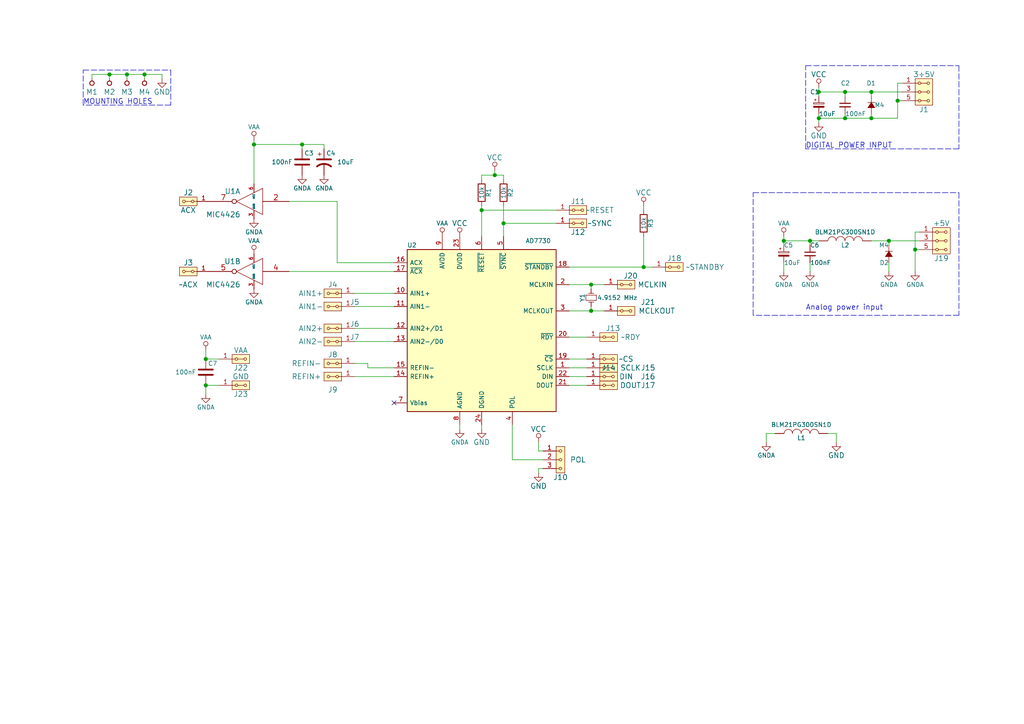
<source format=kicad_sch>
(kicad_sch (version 20230121) (generator eeschema)
  (paper "A4")
  (title_block (title "BRIDGEADC01") (date "%F") (company "Mlab www.mlab.cz"))
  (lib_symbols
    (symbol "BRIDGEADC01A-rescue:AD7730" (pin_names (offset 0.762))
      (property "Reference" "U" (at -13.97 17.78 0))
      (property "Value" "AD7730" (at 20.32 19.05 0))
      (symbol "AD7730_0_1"
        (rectangle (start -13.97 16.51) (end 29.21 -30.48) (stroke (width 0.254)) (fill (type background)))
      )
      (symbol "AD7730_1_1"
        (pin input line (at 33.02 -17.78 180) (length 3.81) (name "SCLK") (number "1"))
        (pin input line (at -17.78 3.81 0) (length 3.81) (name "AIN1+") (number "10"))
        (pin input line (at -17.78 0 0) (length 3.81) (name "AIN1-") (number "11"))
        (pin output line (at -17.78 -6.35 0) (length 3.81) (name "AIN2+/D1") (number "12"))
        (pin output line (at -17.78 -10.16 0) (length 3.81) (name "AIN2-/D0") (number "13"))
        (pin input line (at -17.78 -20.32 0) (length 3.81) (name "REFIN+") (number "14"))
        (pin input line (at -17.78 -17.78 0) (length 3.81) (name "REFIN-") (number "15"))
        (pin output line (at -17.78 12.7 0) (length 3.81) (name "ACX") (number "16"))
        (pin output line (at -17.78 10.16 0) (length 3.81) (name "~{ACX}") (number "17"))
        (pin input line (at 33.02 11.43 180) (length 3.81) (name "~{STANDBY}") (number "18"))
        (pin input line (at 33.02 -15.24 180) (length 3.81) (name "~{CS}") (number "19"))
        (pin input line (at 33.02 6.35 180) (length 3.81) (name "MCLKIN") (number "2"))
        (pin output line (at 33.02 -8.89 180) (length 3.81) (name "~{RDY}") (number "20"))
        (pin output line (at 33.02 -22.86 180) (length 3.81) (name "DOUT") (number "21"))
        (pin input line (at 33.02 -20.32 180) (length 3.81) (name "DIN") (number "22"))
        (pin power_in line (at 1.27 20.32 270) (length 3.81) (name "DVDD") (number "23"))
        (pin power_in line (at 7.62 -34.29 90) (length 3.81) (name "DGND") (number "24"))
        (pin input line (at 33.02 -1.27 180) (length 3.81) (name "MCLKOUT") (number "3"))
        (pin input line (at 16.51 -34.29 90) (length 3.81) (name "POL") (number "4"))
        (pin input line (at 13.97 20.32 270) (length 3.81) (name "~{SYNC}") (number "5"))
        (pin input line (at 7.62 20.32 270) (length 3.81) (name "~{RESET}") (number "6"))
        (pin input line (at -17.78 -27.94 0) (length 3.81) (name "Vbias") (number "7"))
        (pin power_in line (at 1.27 -34.29 90) (length 3.81) (name "AGND") (number "8"))
        (pin power_in line (at -3.81 20.32 270) (length 3.81) (name "AVDD") (number "9"))
      )
    )
    (symbol "BRIDGEADC01A-rescue:C" (pin_numbers hide) (pin_names (offset 0.254))
      (property "Reference" "C" (at 0.635 2.54 0))
      (property "Value" "C" (at 0.635 -2.54 0))
      (symbol "C_0_1"
        (polyline (pts (xy -2.032 -0.762) (xy 2.032 -0.762)) (stroke (width 0.508)))
        (polyline (pts (xy -2.032 0.762) (xy 2.032 0.762)) (stroke (width 0.508)))
      )
      (symbol "C_1_1"
        (pin passive line (at 0 3.81 270) (length 2.794) (name "~") (number "1"))
        (pin passive line (at 0 -3.81 90) (length 2.794) (name "~") (number "2"))
      )
    )
    (symbol "BRIDGEADC01A-rescue:CP1" (pin_numbers hide) (pin_names (offset 0.254) hide)
      (property "Reference" "C" (at 0.635 2.54 0))
      (property "Value" "CP1" (at 0.635 -2.54 0))
      (symbol "CP1_0_1"
        (polyline (pts (xy -2.032 0.762) (xy 2.032 0.762)) (stroke (width 0.508)))
        (polyline (pts (xy -1.778 2.286) (xy -0.762 2.286)))
        (polyline (pts (xy -1.27 1.778) (xy -1.27 2.794)))
        (arc (start 2.032 -1.27) (mid 0 -0.5572) (end -2.032 -1.27) (stroke (width 0.508)))
      )
      (symbol "CP1_1_1"
        (pin passive line (at 0 3.81 270) (length 2.794) (name "~") (number "1"))
        (pin passive line (at 0 -3.81 90) (length 3.302) (name "~") (number "2"))
      )
    )
    (symbol "BRIDGEADC01A-rescue:CP_Small" (pin_numbers hide) (pin_names (offset 0.254) hide)
      (property "Reference" "C" (at 0.254 1.778 0))
      (property "Value" "CP_Small" (at 0.254 -2.032 0))
      (symbol "CP_Small_0_1"
        (rectangle (start -1.524 -0.3048) (end 1.524 -0.6858) (fill (type outline)))
        (rectangle (start -1.524 0.6858) (end 1.524 0.3048))
        (polyline (pts (xy -1.27 1.524) (xy -0.762 1.524)))
        (polyline (pts (xy -1.016 1.27) (xy -1.016 1.778)))
      )
      (symbol "CP_Small_1_1"
        (pin passive line (at 0 2.54 270) (length 1.8542) (name "~") (number "1"))
        (pin passive line (at 0 -2.54 90) (length 1.8542) (name "~") (number "2"))
      )
    )
    (symbol "BRIDGEADC01A-rescue:C_Small" (pin_numbers hide) (pin_names (offset 0.254) hide)
      (property "Reference" "C" (at 0.254 1.778 0))
      (property "Value" "C_Small" (at 0.254 -2.032 0))
      (symbol "C_Small_0_1"
        (polyline (pts (xy -1.524 -0.508) (xy 1.524 -0.508)) (stroke (width 0.3302)))
        (polyline (pts (xy -1.524 0.508) (xy 1.524 0.508)) (stroke (width 0.3048)))
      )
      (symbol "C_Small_1_1"
        (pin passive line (at 0 2.54 270) (length 1.905) (name "~") (number "1"))
        (pin passive line (at 0 -2.54 90) (length 2.032) (name "~") (number "2"))
      )
    )
    (symbol "BRIDGEADC01A-rescue:Crystal_Small" (pin_numbers hide) (pin_names (offset 1.016) hide)
      (property "Reference" "Y" (at 0 2.54 0))
      (property "Value" "Crystal_Small" (at 0 -2.54 0))
      (symbol "Crystal_Small_0_1"
        (rectangle (start -0.762 -1.524) (end 0.762 1.524))
        (polyline (pts (xy -1.27 -0.762) (xy -1.27 0.762)))
        (polyline (pts (xy 1.27 -0.762) (xy 1.27 0.762)))
      )
      (symbol "Crystal_Small_1_1"
        (pin passive line (at -2.54 0 0) (length 1.27) (name "1") (number "1"))
        (pin passive line (at 2.54 0 180) (length 1.27) (name "2") (number "2"))
      )
    )
    (symbol "BRIDGEADC01A-rescue:D_Small" (pin_numbers hide) (pin_names (offset 0.254) hide)
      (property "Reference" "D" (at -1.27 2.032 0))
      (property "Value" "D_Small" (at -3.81 -2.032 0))
      (symbol "D_Small_0_1"
        (polyline (pts (xy -0.762 -1.016) (xy -0.762 1.016)))
        (polyline (pts (xy 0.762 -1.016) (xy -0.762 0) (xy 0.762 1.016) (xy 0.762 -1.016)) (fill (type outline)))
      )
      (symbol "D_Small_1_1"
        (pin passive line (at -2.54 0 0) (length 1.778) (name "K") (number "1"))
        (pin passive line (at 2.54 0 180) (length 1.778) (name "A") (number "2"))
      )
    )
    (symbol "BRIDGEADC01A-rescue:GND" (power) (pin_names (offset 0))
      (property "Value" "GND" (at 0 -3.81 0))
      (symbol "GND_0_1"
        (polyline (pts (xy 0 0) (xy 0 -1.27) (xy 1.27 -1.27) (xy 0 -2.54) (xy -1.27 -1.27) (xy 0 -1.27)))
      )
      (symbol "GND_1_1"
        (pin power_in line (at 0 0 270) (length 0) hide (name "GND") (number "1"))
      )
    )
    (symbol "BRIDGEADC01A-rescue:GNDA" (power) (pin_names (offset 0))
      (property "Value" "GNDA" (at 0 -3.81 0))
      (symbol "GNDA_0_1"
        (polyline (pts (xy 0 0) (xy 0 -1.27) (xy 1.27 -1.27) (xy 0 -2.54) (xy -1.27 -1.27) (xy 0 -1.27)))
      )
      (symbol "GNDA_1_1"
        (pin power_in line (at 0 0 270) (length 0) hide (name "GNDA") (number "1"))
      )
    )
    (symbol "BRIDGEADC01A-rescue:HEADER_1x03" (pin_names (offset 1.016))
      (property "Reference" "J" (at 0 -5.08 0))
      (property "Value" "HEADER_1x03" (at 0 5.08 0))
      (symbol "HEADER_1x03_0_1"
        (rectangle (start -1.27 3.81) (end 1.27 -3.81) (fill (type background)))
        (circle (center 0 -2.54) (radius 0.381))
        (polyline (pts (xy -1.27 -2.54) (xy -0.381 -2.54)))
        (polyline (pts (xy -1.27 0) (xy -0.381 0)))
        (polyline (pts (xy -1.27 2.54) (xy -0.381 2.54)))
        (circle (center 0 0) (radius 0.381))
        (circle (center 0 2.54) (radius 0.381))
      )
      (symbol "HEADER_1x03_1_1"
        (pin input line (at -5.08 2.54 0) (length 3.81) (name "~") (number "1"))
        (pin input line (at -5.08 0 0) (length 3.81) (name "~") (number "2"))
        (pin input line (at -5.08 -2.54 0) (length 3.81) (name "~") (number "3"))
      )
    )
    (symbol "BRIDGEADC01A-rescue:HEADER_2x01_PARALLEL" (pin_names (offset 1.016))
      (property "Reference" "J" (at 0 -2.54 0))
      (property "Value" "HEADER_2x01_PARALLEL" (at 0 2.54 0))
      (symbol "HEADER_2x01_PARALLEL_0_1"
        (rectangle (start -2.54 1.27) (end 2.54 -1.27) (fill (type background)))
        (circle (center -1.27 0) (radius 0.381))
        (polyline (pts (xy -1.651 0) (xy -2.54 0)))
        (polyline (pts (xy -0.889 0) (xy 0.889 0)))
        (circle (center 1.27 0) (radius 0.381))
      )
      (symbol "HEADER_2x01_PARALLEL_1_1"
        (pin input line (at -6.35 0 0) (length 3.81) (name "~") (number "1"))
        (pin input line (at -6.35 0 0) (length 3.81) hide (name "~") (number "2"))
      )
    )
    (symbol "BRIDGEADC01A-rescue:HEADER_2x03_PARALLEL" (pin_names (offset 1.016))
      (property "Reference" "J" (at 0 -5.08 0))
      (property "Value" "HEADER_2x03_PARALLEL" (at 0 5.08 0))
      (symbol "HEADER_2x03_PARALLEL_0_1"
        (rectangle (start -2.54 3.81) (end 2.54 -3.81) (fill (type background)))
        (circle (center -1.27 -2.54) (radius 0.381))
        (circle (center -1.27 0) (radius 0.381))
        (circle (center -1.27 2.54) (radius 0.381))
        (polyline (pts (xy -1.651 -2.54) (xy -2.54 -2.54)))
        (polyline (pts (xy -1.651 0) (xy -2.54 0)))
        (polyline (pts (xy -1.651 2.54) (xy -2.54 2.54)))
        (polyline (pts (xy -0.889 -2.54) (xy 0.889 -2.54)))
        (polyline (pts (xy -0.889 0) (xy 0.889 0)))
        (polyline (pts (xy -0.889 2.54) (xy 0.889 2.54)))
        (circle (center 1.27 -2.54) (radius 0.381))
        (circle (center 1.27 0) (radius 0.381))
        (circle (center 1.27 2.54) (radius 0.381))
      )
      (symbol "HEADER_2x03_PARALLEL_1_1"
        (pin input line (at -6.35 2.54 0) (length 3.81) (name "~") (number "1"))
        (pin input line (at -6.35 2.54 0) (length 3.81) hide (name "~") (number "2"))
        (pin input line (at -6.35 0 0) (length 3.81) (name "~") (number "3"))
        (pin input line (at -6.35 0 0) (length 3.81) hide (name "~") (number "4"))
        (pin input line (at -6.35 -2.54 0) (length 3.81) (name "~") (number "5"))
        (pin input line (at -6.35 -2.54 0) (length 3.81) hide (name "~") (number "6"))
      )
    )
    (symbol "BRIDGEADC01A-rescue:HOLE" (pin_numbers hide) (pin_names (offset 1.016) hide)
      (property "Reference" "M" (at 0 2.54 0))
      (property "Value" "HOLE" (at 0 -2.54 0))
      (symbol "HOLE_0_1"
        (circle (center 0 0) (radius 0.635) (stroke (width 0.254)))
      )
      (symbol "HOLE_1_1"
        (pin input line (at 1.27 0 180) (length 0.635) (name "~") (number "1"))
      )
    )
    (symbol "BRIDGEADC01A-rescue:INDUCTOR" (pin_numbers hide) (pin_names (offset 1.016) hide)
      (property "Reference" "L" (at -1.27 0 90))
      (property "Value" "INDUCTOR" (at 2.54 0 90))
      (symbol "INDUCTOR_0_1"
        (arc (start 0.0254 -5.0546) (mid 1.2449 -3.8097) (end 0.0254 -2.54))
        (arc (start 0.0254 -2.5146) (mid 1.2703 -1.2444) (end 0.0254 0.0508))
        (arc (start 0.0254 0.0254) (mid 1.2703 1.2956) (end 0.0254 2.5908))
        (arc (start 0.0254 2.5654) (mid 1.1941 3.7595) (end 0.0254 4.9784))
      )
      (symbol "INDUCTOR_1_1"
        (pin passive line (at 0 7.62 270) (length 2.54) (name "1") (number "1"))
        (pin passive line (at 0 -7.62 90) (length 2.54) (name "2") (number "2"))
      )
    )
    (symbol "BRIDGEADC01A-rescue:MIC4426" (pin_names (offset 0.254))
      (property "Reference" "U" (at 4.953 2.921 0))
      (property "Value" "MIC4426" (at 7.62 -3.81 0))
      (symbol "MIC4426_0_0"
        (polyline (pts (xy -3.81 3.81) (xy -3.81 -3.81) (xy 3.81 0) (xy -3.81 3.81)))
        (pin power_in line (at -1.27 -5.08 90) (length 2.54) (name "GND") (number "3"))
        (pin power_in line (at -1.27 5.08 270) (length 2.54) (name "VCC") (number "6"))
      )
      (symbol "MIC4426_1_1"
        (pin input line (at -11.43 0 0) (length 7.62) (name "~") (number "2"))
        (pin output inverted (at 11.43 0 180) (length 7.62) (name "~") (number "7"))
      )
      (symbol "MIC4426_1_2"
        (pin input inverted (at -11.43 0 0) (length 7.62) (name "~") (number "2"))
        (pin output line (at 11.43 0 180) (length 7.62) (name "~") (number "4"))
      )
      (symbol "MIC4426_2_1"
        (pin input line (at -11.43 0 0) (length 7.62) (name "~") (number "4"))
        (pin output inverted (at 11.43 0 180) (length 7.62) (name "~") (number "5"))
      )
      (symbol "MIC4426_2_2"
        (pin input inverted (at -11.43 0 0) (length 7.62) (name "~") (number "2"))
        (pin output line (at 11.43 0 180) (length 7.62) (name "~") (number "4"))
      )
    )
    (symbol "BRIDGEADC01A-rescue:R" (pin_numbers hide) (pin_names (offset 0))
      (property "Reference" "R" (at 2.032 0 90))
      (property "Value" "R" (at 0 0 90))
      (symbol "R_0_1"
        (rectangle (start -1.016 -2.54) (end 1.016 2.54) (stroke (width 0.254)))
      )
      (symbol "R_1_1"
        (pin passive line (at 0 3.81 270) (length 1.27) (name "~") (number "1"))
        (pin passive line (at 0 -3.81 90) (length 1.27) (name "~") (number "2"))
      )
    )
    (symbol "BRIDGEADC01A-rescue:VAA" (power) (pin_names (offset 0))
      (property "Value" "VAA" (at 0 3.81 0))
      (symbol "VAA_0_1"
        (polyline (pts (xy 0 0) (xy 0 1.27)))
        (circle (center 0 1.905) (radius 0.635))
      )
      (symbol "VAA_1_1"
        (pin power_in line (at 0 0 90) (length 0) hide (name "VAA") (number "1"))
      )
    )
    (symbol "BRIDGEADC01A-rescue:VCC" (power) (pin_names (offset 0))
      (property "Value" "VCC" (at 0 3.81 0))
      (symbol "VCC_0_1"
        (polyline (pts (xy 0 0) (xy 0 1.27)))
        (circle (center 0 1.905) (radius 0.635))
      )
      (symbol "VCC_1_1"
        (pin power_in line (at 0 0 90) (length 0) hide (name "VCC") (number "1"))
      )
    )
  )
  (junction (at 237.49 34.29) (diameter 1.016))
  (junction (at 41.91 21.59) (diameter 1.016))
  (junction (at 260.35 29.21) (diameter 1.016))
  (junction (at 245.11 34.29) (diameter 1.016))
  (junction (at 59.69 111.76) (diameter 1.016))
  (junction (at 31.75 21.59) (diameter 1.016))
  (junction (at 73.66 41.91) (diameter 1.016))
  (junction (at 245.11 26.67) (diameter 1.016))
  (junction (at 171.45 82.55) (diameter 1.016))
  (junction (at 234.95 69.85) (diameter 1.016))
  (junction (at 257.81 69.85) (diameter 1.016))
  (junction (at 36.83 21.59) (diameter 1.016))
  (junction (at 59.69 104.14) (diameter 1.016))
  (junction (at 139.7 60.96) (diameter 1.016))
  (junction (at 227.33 69.85) (diameter 1.016))
  (junction (at 87.63 41.91) (diameter 1.016))
  (junction (at 252.73 34.29) (diameter 1.016))
  (junction (at 171.45 90.17) (diameter 1.016))
  (junction (at 265.43 72.39) (diameter 1.016))
  (junction (at 186.69 77.47) (diameter 1.016))
  (junction (at 252.73 26.67) (diameter 1.016))
  (junction (at 146.05 64.77) (diameter 1.016))
  (junction (at 143.51 50.8) (diameter 1.016))
  (junction (at 237.49 26.67) (diameter 1.016))
  (no_connect (at 114.3 116.84))
  (wire (pts (xy 227.33 68.58) (xy 227.33 69.85)))
  (wire (pts (xy 227.33 69.85) (xy 227.33 71.12)))
  (wire (pts (xy 165.1 109.22) (xy 170.18 109.22)))
  (wire (pts (xy 102.87 99.06) (xy 114.3 99.06)))
  (wire (pts (xy 106.68 106.68) (xy 114.3 106.68)))
  (wire (pts (xy 114.3 109.22) (xy 102.87 109.22)))
  (wire (pts (xy 83.82 58.42) (xy 97.79 58.42)))
  (wire (pts (xy 156.21 137.16) (xy 156.21 135.89)))
  (wire (pts (xy 26.67 21.59) (xy 26.67 22.86)))
  (wire (pts (xy 139.7 59.69) (xy 139.7 60.96)))
  (wire (pts (xy 139.7 60.96) (xy 139.7 68.58)))
  (wire (pts (xy 97.79 76.2) (xy 114.3 76.2)))
  (wire (pts (xy 252.73 27.94) (xy 252.73 26.67)))
  (wire (pts (xy 46.99 21.59) (xy 46.99 22.86)))
  (wire (pts (xy 156.21 135.89) (xy 157.48 135.89)))
  (wire (pts (xy 257.81 71.12) (xy 257.81 69.85)))
  (wire (pts (xy 222.25 125.73) (xy 222.25 128.27)))
  (wire (pts (xy 165.1 90.17) (xy 171.45 90.17)))
  (wire (pts (xy 171.45 90.17) (xy 175.26 90.17)))
  (wire (pts (xy 170.18 111.76) (xy 165.1 111.76)))
  (wire (pts (xy 260.35 24.13) (xy 260.35 29.21)))
  (wire (pts (xy 260.35 29.21) (xy 260.35 34.29)))
  (wire (pts (xy 227.33 76.2) (xy 227.33 78.74)))
  (wire (pts (xy 186.69 68.58) (xy 186.69 77.47)))
  (wire (pts (xy 165.1 82.55) (xy 171.45 82.55)))
  (wire (pts (xy 171.45 82.55) (xy 175.26 82.55)))
  (polyline (pts (xy 278.13 19.05) (xy 278.13 43.18)) (stroke (width 0) (type dash)))
  (wire (pts (xy 59.69 111.76) (xy 63.5 111.76)))
  (wire (pts (xy 139.7 124.46) (xy 139.7 123.19)))
  (wire (pts (xy 261.62 29.21) (xy 260.35 29.21)))
  (wire (pts (xy 102.87 105.41) (xy 106.68 105.41)))
  (wire (pts (xy 171.45 88.9) (xy 171.45 90.17)))
  (polyline (pts (xy 24.13 30.48) (xy 24.13 20.32)) (stroke (width 0) (type dash)))
  (wire (pts (xy 146.05 59.69) (xy 146.05 64.77)))
  (wire (pts (xy 146.05 64.77) (xy 146.05 68.58)))
  (wire (pts (xy 148.59 133.35) (xy 157.48 133.35)))
  (wire (pts (xy 257.81 76.2) (xy 257.81 78.74)))
  (polyline (pts (xy 233.68 19.05) (xy 278.13 19.05)) (stroke (width 0) (type dash)))
  (wire (pts (xy 261.62 24.13) (xy 260.35 24.13)))
  (wire (pts (xy 73.66 41.91) (xy 87.63 41.91)))
  (wire (pts (xy 87.63 41.91) (xy 93.98 41.91)))
  (wire (pts (xy 114.3 88.9) (xy 102.87 88.9)))
  (wire (pts (xy 265.43 67.31) (xy 265.43 72.39)))
  (wire (pts (xy 265.43 72.39) (xy 265.43 78.74)))
  (wire (pts (xy 252.73 69.85) (xy 257.81 69.85)))
  (wire (pts (xy 257.81 69.85) (xy 266.7 69.85)))
  (wire (pts (xy 31.75 22.86) (xy 31.75 21.59)))
  (wire (pts (xy 143.51 49.53) (xy 143.51 50.8)))
  (wire (pts (xy 63.5 104.14) (xy 59.69 104.14)))
  (wire (pts (xy 240.03 125.73) (xy 242.57 125.73)))
  (wire (pts (xy 266.7 67.31) (xy 265.43 67.31)))
  (wire (pts (xy 224.79 125.73) (xy 222.25 125.73)))
  (wire (pts (xy 106.68 105.41) (xy 106.68 106.68)))
  (wire (pts (xy 234.95 76.2) (xy 234.95 78.74)))
  (wire (pts (xy 97.79 58.42) (xy 97.79 76.2)))
  (wire (pts (xy 165.1 104.14) (xy 170.18 104.14)))
  (polyline (pts (xy 49.53 20.32) (xy 49.53 30.48)) (stroke (width 0) (type dash)))
  (wire (pts (xy 114.3 95.25) (xy 102.87 95.25)))
  (wire (pts (xy 93.98 41.91) (xy 93.98 43.18)))
  (wire (pts (xy 245.11 34.29) (xy 237.49 34.29)))
  (wire (pts (xy 252.73 34.29) (xy 245.11 34.29)))
  (wire (pts (xy 260.35 34.29) (xy 252.73 34.29)))
  (wire (pts (xy 237.49 33.02) (xy 237.49 34.29)))
  (wire (pts (xy 237.49 34.29) (xy 237.49 35.56)))
  (wire (pts (xy 186.69 60.96) (xy 186.69 59.69)))
  (wire (pts (xy 148.59 123.19) (xy 148.59 133.35)))
  (wire (pts (xy 59.69 114.3) (xy 59.69 111.76)))
  (wire (pts (xy 227.33 69.85) (xy 234.95 69.85)))
  (wire (pts (xy 234.95 69.85) (xy 237.49 69.85)))
  (wire (pts (xy 133.35 123.19) (xy 133.35 124.46)))
  (wire (pts (xy 242.57 125.73) (xy 242.57 128.27)))
  (wire (pts (xy 266.7 72.39) (xy 265.43 72.39)))
  (wire (pts (xy 237.49 26.67) (xy 245.11 26.67)))
  (wire (pts (xy 245.11 26.67) (xy 252.73 26.67)))
  (wire (pts (xy 252.73 26.67) (xy 261.62 26.67)))
  (wire (pts (xy 237.49 25.4) (xy 237.49 26.67)))
  (wire (pts (xy 237.49 26.67) (xy 237.49 27.94)))
  (wire (pts (xy 234.95 71.12) (xy 234.95 69.85)))
  (polyline (pts (xy 24.13 20.32) (xy 49.53 20.32)) (stroke (width 0) (type dash)))
  (wire (pts (xy 156.21 130.81) (xy 156.21 128.27)))
  (wire (pts (xy 87.63 43.18) (xy 87.63 41.91)))
  (wire (pts (xy 83.82 78.74) (xy 114.3 78.74)))
  (wire (pts (xy 26.67 21.59) (xy 31.75 21.59)))
  (wire (pts (xy 31.75 21.59) (xy 36.83 21.59)))
  (wire (pts (xy 36.83 21.59) (xy 41.91 21.59)))
  (wire (pts (xy 41.91 21.59) (xy 46.99 21.59)))
  (wire (pts (xy 245.11 33.02) (xy 245.11 34.29)))
  (polyline (pts (xy 218.44 55.88) (xy 278.13 55.88)) (stroke (width 0) (type dash)))
  (wire (pts (xy 161.29 64.77) (xy 146.05 64.77)))
  (wire (pts (xy 161.29 60.96) (xy 139.7 60.96)))
  (wire (pts (xy 41.91 22.86) (xy 41.91 21.59)))
  (polyline (pts (xy 218.44 91.44) (xy 218.44 55.88)) (stroke (width 0) (type dash)))
  (wire (pts (xy 157.48 130.81) (xy 156.21 130.81)))
  (wire (pts (xy 36.83 22.86) (xy 36.83 21.59)))
  (wire (pts (xy 73.66 40.64) (xy 73.66 41.91)))
  (wire (pts (xy 73.66 41.91) (xy 73.66 53.34)))
  (wire (pts (xy 245.11 27.94) (xy 245.11 26.67)))
  (wire (pts (xy 139.7 50.8) (xy 143.51 50.8)))
  (wire (pts (xy 143.51 50.8) (xy 146.05 50.8)))
  (polyline (pts (xy 278.13 55.88) (xy 278.13 91.44)) (stroke (width 0) (type dash)))
  (wire (pts (xy 252.73 33.02) (xy 252.73 34.29)))
  (wire (pts (xy 170.18 97.79) (xy 165.1 97.79)))
  (wire (pts (xy 102.87 85.09) (xy 114.3 85.09)))
  (wire (pts (xy 171.45 82.55) (xy 171.45 83.82)))
  (polyline (pts (xy 49.53 30.48) (xy 24.13 30.48)) (stroke (width 0) (type dash)))
  (wire (pts (xy 170.18 106.68) (xy 165.1 106.68)))
  (wire (pts (xy 59.69 104.14) (xy 59.69 101.6)))
  (polyline (pts (xy 278.13 43.18) (xy 233.68 43.18)) (stroke (width 0) (type dash)))
  (polyline (pts (xy 278.13 91.44) (xy 218.44 91.44)) (stroke (width 0) (type dash)))
  (wire (pts (xy 146.05 50.8) (xy 146.05 52.07)))
  (wire (pts (xy 139.7 52.07) (xy 139.7 50.8)))
  (wire (pts (xy 165.1 77.47) (xy 186.69 77.47)))
  (wire (pts (xy 186.69 77.47) (xy 189.23 77.47)))
  (polyline (pts (xy 233.68 43.18) (xy 233.68 19.05)) (stroke (width 0) (type dash)))
  (text "Analog power input" (at 233.68 90.17 0) (effects (font (size 1.524 1.524)) (justify left bottom)))
  (text "DIGITAL POWER INPUT" (at 233.68 43.18 0) (effects (font (size 1.524 1.524)) (justify left bottom)))
  (text "MOUNTING HOLES" (at 24.13 30.48 0) (effects (font (size 1.524 1.524)) (justify left bottom)))
  (symbol (lib_id "BRIDGEADC01A-rescue:HEADER_2x03_PARALLEL") (at 267.97 26.67 0) (unit 1)
    (property "Reference" "J1" (at 267.97 31.75 0) (effects (font (size 1.524 1.524))))
    (property "Value" "3÷5V" (at 267.97 21.59 0) (effects (font (size 1.524 1.524))))
    (property "Footprint" "Mlab_Pin_Headers:Straight_2x03" (effects hide))
  )
  (symbol (lib_id "BRIDGEADC01A-rescue:VCC") (at 237.49 25.4 0) (unit 1)
    (property "Reference" "#PWR01" (effects hide))
    (property "Value" "VCC" (at 237.49 21.59 0) (effects (font (size 1.524 1.524))))
  )
  (symbol (lib_id "BRIDGEADC01A-rescue:GND") (at 237.49 35.56 0) (unit 1)
    (property "Reference" "#PWR02" (effects hide))
    (property "Value" "GND" (at 237.49 39.37 0) (effects (font (size 1.524 1.524))))
  )
  (symbol (lib_id "BRIDGEADC01A-rescue:HOLE") (at 26.67 24.13 90) (unit 1)
    (property "Reference" "M1" (at 26.67 26.67 90) (effects (font (size 1.524 1.524))))
    (property "Value" "HOLE" (effects hide))
    (property "Footprint" "Mlab_Mechanical:MountingHole_3mm" (effects hide))
  )
  (symbol (lib_id "BRIDGEADC01A-rescue:HOLE") (at 31.75 24.13 90) (unit 1)
    (property "Reference" "M2" (at 31.75 26.67 90) (effects (font (size 1.524 1.524))))
    (property "Value" "HOLE" (effects hide))
    (property "Footprint" "Mlab_Mechanical:MountingHole_3mm" (effects hide))
  )
  (symbol (lib_id "BRIDGEADC01A-rescue:HOLE") (at 36.83 24.13 90) (unit 1)
    (property "Reference" "M3" (at 36.83 26.67 90) (effects (font (size 1.524 1.524))))
    (property "Value" "HOLE" (effects hide))
    (property "Footprint" "Mlab_Mechanical:MountingHole_3mm" (effects hide))
  )
  (symbol (lib_id "BRIDGEADC01A-rescue:HOLE") (at 41.91 24.13 90) (unit 1)
    (property "Reference" "M4" (at 41.91 26.67 90) (effects (font (size 1.524 1.524))))
    (property "Value" "HOLE" (effects hide))
    (property "Footprint" "Mlab_Mechanical:MountingHole_3mm" (effects hide))
  )
  (symbol (lib_id "BRIDGEADC01A-rescue:GND") (at 46.99 22.86 0) (unit 1)
    (property "Reference" "#PWR03" (effects hide))
    (property "Value" "GND" (at 46.99 26.67 0) (effects (font (size 1.524 1.524))))
  )
  (symbol (lib_id "BRIDGEADC01A-rescue:D_Small") (at 252.73 30.48 270) (unit 1)
    (property "Reference" "D1" (at 254 24.13 90) (effects (justify right)))
    (property "Value" "M4" (at 256.54 30.48 90) (effects (justify right)))
    (property "Footprint" "Diodes_SMD:SMA_Standard" (effects hide))
    (property "UST_ID" "5c70984512875079b91f88ac" (effects hide))
  )
  (symbol (lib_id "BRIDGEADC01A-rescue:C_Small") (at 245.11 30.48 0) (unit 1)
    (property "Reference" "C2" (at 243.84 24.13 0) (effects (justify left)))
    (property "Value" "100nF" (at 245.11 33.02 0) (effects (justify left)))
    (property "Footprint" "Capacitors_SMD:C_0805" (effects hide))
    (property "UST_ID" "5c70984712875079b91f8b4c" (effects hide))
  )
  (symbol (lib_id "BRIDGEADC01A-rescue:CP_Small") (at 237.49 30.48 0) (unit 1)
    (property "Reference" "C1" (at 234.95 26.67 0) (effects (justify left)))
    (property "Value" "10uF" (at 237.49 33.02 0) (effects (justify left)))
    (property "Footprint" "Capacitors_Tantalum_SMD:TantalC_SizeB_EIA-3528_Reflow" (effects hide))
    (property "UST_ID" "5c70984412875079b91f8865" (effects hide))
  )
  (symbol (lib_id "BRIDGEADC01A-rescue:AD7730") (at 132.08 88.9 0) (unit 1)
    (property "Reference" "U2" (at 118.11 71.12 0) (effects (justify left)))
    (property "Value" "AD7730" (at 152.4 69.85 0) (effects (justify left)))
    (property "Footprint" "Housings_SSOP:TSSOP-24_4.4x7.8mm_Pitch0.65mm" (effects hide))
    (property "UST_ID" "5c70984612875079b91f8a14" (effects hide))
  )
  (symbol (lib_id "BRIDGEADC01A-rescue:GNDA") (at 133.35 124.46 0) (unit 1)
    (property "Reference" "#PWR04" (effects hide))
    (property "Value" "GNDA" (at 133.35 128.27 0))
  )
  (symbol (lib_id "BRIDGEADC01A-rescue:GND") (at 139.7 124.46 0) (unit 1)
    (property "Reference" "#PWR05" (effects hide))
    (property "Value" "GND" (at 139.7 128.27 0) (effects (font (size 1.524 1.524))))
  )
  (symbol (lib_id "BRIDGEADC01A-rescue:Crystal_Small") (at 171.45 86.36 90) (unit 1)
    (property "Reference" "Y1" (at 168.91 86.36 0))
    (property "Value" "4.9152 MHz" (at 179.07 86.36 90))
    (property "Footprint" "Crystals:Crystal_HC49-U_Vertical" (effects hide))
    (property "UST_ID" "5c70984712875079b91f8b0d" (effects hide))
  )
  (symbol (lib_id "BRIDGEADC01A-rescue:VAA") (at 227.33 68.58 0) (unit 1)
    (property "Reference" "#PWR07" (effects hide))
    (property "Value" "VAA" (at 227.33 64.77 0))
  )
  (symbol (lib_id "BRIDGEADC01A-rescue:HEADER_2x03_PARALLEL") (at 273.05 69.85 0) (unit 1)
    (property "Reference" "J19" (at 273.05 74.93 0) (effects (font (size 1.524 1.524))))
    (property "Value" "+5V" (at 273.05 64.77 0) (effects (font (size 1.524 1.524))))
    (property "Footprint" "Mlab_Pin_Headers:Straight_2x03" (effects hide))
  )
  (symbol (lib_id "BRIDGEADC01A-rescue:D_Small") (at 257.81 73.66 270) (unit 1)
    (property "Reference" "D2" (at 257.81 76.2 90) (effects (justify right)))
    (property "Value" "M4" (at 257.81 71.12 90) (effects (justify right)))
    (property "Footprint" "Diodes_SMD:SMA_Standard" (effects hide))
    (property "UST_ID" "5c70984512875079b91f88ac" (effects hide))
  )
  (symbol (lib_id "BRIDGEADC01A-rescue:C_Small") (at 234.95 73.66 0) (unit 1)
    (property "Reference" "C6" (at 234.95 71.12 0) (effects (justify left)))
    (property "Value" "100nF" (at 234.95 76.2 0) (effects (justify left)))
    (property "Footprint" "Capacitors_SMD:C_0805" (effects hide))
    (property "UST_ID" "5c70984712875079b91f8b4c" (effects hide))
  )
  (symbol (lib_id "BRIDGEADC01A-rescue:CP_Small") (at 227.33 73.66 0) (unit 1)
    (property "Reference" "C5" (at 227.33 71.12 0) (effects (justify left)))
    (property "Value" "10uF" (at 227.33 76.2 0) (effects (justify left)))
    (property "Footprint" "Capacitors_Tantalum_SMD:TantalC_SizeB_EIA-3528_Reflow" (effects hide))
    (property "UST_ID" "5c70984412875079b91f8865" (effects hide))
  )
  (symbol (lib_id "BRIDGEADC01A-rescue:VAA") (at 128.27 68.58 0) (unit 1)
    (property "Reference" "#PWR08" (effects hide))
    (property "Value" "VAA" (at 128.27 64.77 0))
  )
  (symbol (lib_id "BRIDGEADC01A-rescue:VCC") (at 133.35 68.58 0) (unit 1)
    (property "Reference" "#PWR09" (effects hide))
    (property "Value" "VCC" (at 133.35 64.77 0) (effects (font (size 1.524 1.524))))
  )
  (symbol (lib_id "BRIDGEADC01A-rescue:HEADER_2x01_PARALLEL") (at 96.52 85.09 180) (unit 1)
    (property "Reference" "J4" (at 96.52 82.55 0) (effects (font (size 1.524 1.524))))
    (property "Value" "AIN1+" (at 90.17 85.09 0) (effects (font (size 1.524 1.524))))
    (property "Footprint" "Mlab_Pin_Headers:Straight_1x02" (effects hide))
  )
  (symbol (lib_id "BRIDGEADC01A-rescue:HEADER_2x01_PARALLEL") (at 96.52 88.9 180) (unit 1)
    (property "Reference" "J5" (at 102.87 87.63 0) (effects (font (size 1.524 1.524))))
    (property "Value" "AIN1-" (at 90.17 88.9 0) (effects (font (size 1.524 1.524))))
    (property "Footprint" "Mlab_Pin_Headers:Straight_1x02" (effects hide))
  )
  (symbol (lib_id "BRIDGEADC01A-rescue:HEADER_2x01_PARALLEL") (at 96.52 95.25 180) (unit 1)
    (property "Reference" "J6" (at 102.87 93.98 0) (effects (font (size 1.524 1.524))))
    (property "Value" "AIN2+" (at 90.17 95.25 0) (effects (font (size 1.524 1.524))))
    (property "Footprint" "Mlab_Pin_Headers:Straight_1x02" (effects hide))
  )
  (symbol (lib_id "BRIDGEADC01A-rescue:HEADER_2x01_PARALLEL") (at 96.52 99.06 180) (unit 1)
    (property "Reference" "J7" (at 102.87 97.79 0) (effects (font (size 1.524 1.524))))
    (property "Value" "AIN2-" (at 90.17 99.06 0) (effects (font (size 1.524 1.524))))
    (property "Footprint" "Mlab_Pin_Headers:Straight_1x02" (effects hide))
  )
  (symbol (lib_id "BRIDGEADC01A-rescue:MIC4426") (at 72.39 58.42 0) (mirror y) (unit 1)
    (property "Reference" "U1" (at 67.437 55.499 0) (effects (font (size 1.524 1.524))))
    (property "Value" "MIC4426" (at 64.77 62.23 0) (effects (font (size 1.524 1.524))))
    (property "Footprint" "Housings_SOIC:SOIC-8_3.9x4.9mm_Pitch1.27mm" (effects hide))
    (property "UST_ID" "5c70984612875079b91f8a06" (effects hide))
  )
  (symbol (lib_id "BRIDGEADC01A-rescue:MIC4426") (at 72.39 78.74 0) (mirror y) (unit 2)
    (property "Reference" "U1" (at 67.437 75.819 0) (effects (font (size 1.524 1.524))))
    (property "Value" "MIC4426" (at 64.77 82.55 0) (effects (font (size 1.524 1.524))))
    (property "Footprint" "Housings_SOIC:SOIC-8_3.9x4.9mm_Pitch1.27mm" (effects hide))
    (property "UST_ID" "5c70984612875079b91f8a06" (effects hide))
  )
  (symbol (lib_id "BRIDGEADC01A-rescue:VAA") (at 73.66 40.64 0) (unit 1)
    (property "Reference" "#PWR010" (effects hide))
    (property "Value" "VAA" (at 73.66 36.83 0))
  )
  (symbol (lib_id "BRIDGEADC01A-rescue:VAA") (at 73.66 73.66 0) (unit 1)
    (property "Reference" "#PWR011" (effects hide))
    (property "Value" "VAA" (at 73.66 69.85 0))
  )
  (symbol (lib_id "BRIDGEADC01A-rescue:GNDA") (at 73.66 83.82 0) (unit 1)
    (property "Reference" "#PWR012" (effects hide))
    (property "Value" "GNDA" (at 73.66 87.63 0))
  )
  (symbol (lib_id "BRIDGEADC01A-rescue:GNDA") (at 73.66 63.5 0) (unit 1)
    (property "Reference" "#PWR013" (effects hide))
    (property "Value" "GNDA" (at 73.66 67.31 0))
  )
  (symbol (lib_id "BRIDGEADC01A-rescue:HEADER_2x01_PARALLEL") (at 54.61 58.42 180) (unit 1)
    (property "Reference" "J2" (at 54.61 55.88 0) (effects (font (size 1.524 1.524))))
    (property "Value" "ACX" (at 54.61 60.96 0) (effects (font (size 1.524 1.524))))
    (property "Footprint" "Mlab_Pin_Headers:Straight_1x02" (effects hide))
  )
  (symbol (lib_id "BRIDGEADC01A-rescue:HEADER_2x01_PARALLEL") (at 54.61 78.74 180) (unit 1)
    (property "Reference" "J3" (at 54.61 76.2 0) (effects (font (size 1.524 1.524))))
    (property "Value" "~ACX" (at 54.61 82.55 0) (effects (font (size 1.524 1.524))))
    (property "Footprint" "Mlab_Pin_Headers:Straight_1x02" (effects hide))
  )
  (symbol (lib_id "BRIDGEADC01A-rescue:HEADER_2x01_PARALLEL") (at 96.52 105.41 180) (unit 1)
    (property "Reference" "J8" (at 96.52 102.87 0) (effects (font (size 1.524 1.524))))
    (property "Value" "REFIN-" (at 88.9 105.41 0) (effects (font (size 1.524 1.524))))
    (property "Footprint" "Mlab_Pin_Headers:Straight_1x02" (effects hide))
  )
  (symbol (lib_id "BRIDGEADC01A-rescue:HEADER_2x01_PARALLEL") (at 96.52 109.22 180) (unit 1)
    (property "Reference" "J9" (at 96.52 113.03 0) (effects (font (size 1.524 1.524))))
    (property "Value" "REFIN+" (at 88.9 109.22 0) (effects (font (size 1.524 1.524))))
    (property "Footprint" "Mlab_Pin_Headers:Straight_1x02" (effects hide))
  )
  (symbol (lib_id "BRIDGEADC01A-rescue:HEADER_2x01_PARALLEL") (at 181.61 90.17 0) (unit 1)
    (property "Reference" "J21" (at 187.96 87.63 0) (effects (font (size 1.524 1.524))))
    (property "Value" "MCLKOUT" (at 190.5 90.17 0) (effects (font (size 1.524 1.524))))
    (property "Footprint" "Mlab_Pin_Headers:Straight_1x02" (effects hide))
  )
  (symbol (lib_id "BRIDGEADC01A-rescue:HEADER_2x01_PARALLEL") (at 181.61 82.55 0) (unit 1)
    (property "Reference" "J20" (at 182.88 80.01 0) (effects (font (size 1.524 1.524))))
    (property "Value" "MCLKIN" (at 189.23 82.55 0) (effects (font (size 1.524 1.524))))
    (property "Footprint" "Mlab_Pin_Headers:Straight_1x02" (effects hide))
  )
  (symbol (lib_id "BRIDGEADC01A-rescue:HEADER_1x03") (at 162.56 133.35 0) (unit 1)
    (property "Reference" "J10" (at 162.56 138.43 0) (effects (font (size 1.524 1.524))))
    (property "Value" "POL" (at 167.64 133.35 0) (effects (font (size 1.524 1.524))))
    (property "Footprint" "Mlab_Pin_Headers:Straight_1x03" (effects hide))
  )
  (symbol (lib_id "BRIDGEADC01A-rescue:VCC") (at 156.21 128.27 0) (unit 1)
    (property "Reference" "#PWR014" (effects hide))
    (property "Value" "VCC" (at 156.21 124.46 0) (effects (font (size 1.524 1.524))))
  )
  (symbol (lib_id "BRIDGEADC01A-rescue:GND") (at 156.21 137.16 0) (unit 1)
    (property "Reference" "#PWR015" (effects hide))
    (property "Value" "GND" (at 156.21 140.97 0) (effects (font (size 1.524 1.524))))
  )
  (symbol (lib_id "BRIDGEADC01A-rescue:HEADER_2x01_PARALLEL") (at 176.53 97.79 0) (unit 1)
    (property "Reference" "J13" (at 177.8 95.25 0) (effects (font (size 1.524 1.524))))
    (property "Value" "~RDY" (at 182.88 97.79 0) (effects (font (size 1.524 1.524))))
    (property "Footprint" "Mlab_Pin_Headers:Straight_1x02" (effects hide))
  )
  (symbol (lib_id "BRIDGEADC01A-rescue:HEADER_2x01_PARALLEL") (at 176.53 104.14 0) (unit 1)
    (property "Reference" "J14" (at 176.53 106.68 0) (effects (font (size 1.524 1.524))))
    (property "Value" "~CS" (at 181.61 104.14 0) (effects (font (size 1.524 1.524))))
    (property "Footprint" "Mlab_Pin_Headers:Straight_1x02" (effects hide))
  )
  (symbol (lib_id "BRIDGEADC01A-rescue:HEADER_2x01_PARALLEL") (at 176.53 106.68 0) (unit 1)
    (property "Reference" "J15" (at 187.96 106.68 0) (effects (font (size 1.524 1.524))))
    (property "Value" "SCLK" (at 182.88 106.68 0) (effects (font (size 1.524 1.524))))
    (property "Footprint" "Mlab_Pin_Headers:Straight_1x02" (effects hide))
  )
  (symbol (lib_id "BRIDGEADC01A-rescue:HEADER_2x01_PARALLEL") (at 176.53 109.22 0) (unit 1)
    (property "Reference" "J16" (at 187.96 109.22 0) (effects (font (size 1.524 1.524))))
    (property "Value" "DIN" (at 181.61 109.22 0) (effects (font (size 1.524 1.524))))
    (property "Footprint" "Mlab_Pin_Headers:Straight_1x02" (effects hide))
  )
  (symbol (lib_id "BRIDGEADC01A-rescue:HEADER_2x01_PARALLEL") (at 176.53 111.76 0) (unit 1)
    (property "Reference" "J17" (at 187.96 111.76 0) (effects (font (size 1.524 1.524))))
    (property "Value" "DOUT" (at 182.88 111.76 0) (effects (font (size 1.524 1.524))))
    (property "Footprint" "Mlab_Pin_Headers:Straight_1x02" (effects hide))
  )
  (symbol (lib_id "BRIDGEADC01A-rescue:R") (at 139.7 55.88 0) (unit 1)
    (property "Reference" "R1" (at 141.732 55.88 90))
    (property "Value" "10k" (at 139.7 55.88 90))
    (property "Footprint" "Resistors_SMD:R_0805" (effects hide))
    (property "UST_ID" "5c70984612875079b91f899f" (effects hide))
  )
  (symbol (lib_id "BRIDGEADC01A-rescue:R") (at 146.05 55.88 0) (unit 1)
    (property "Reference" "R2" (at 148.082 55.88 90))
    (property "Value" "10k" (at 146.05 55.88 90))
    (property "Footprint" "Resistors_SMD:R_0805" (effects hide))
    (property "UST_ID" "5c70984612875079b91f899f" (effects hide))
  )
  (symbol (lib_id "BRIDGEADC01A-rescue:VCC") (at 143.51 49.53 0) (unit 1)
    (property "Reference" "#PWR016" (effects hide))
    (property "Value" "VCC" (at 143.51 45.72 0) (effects (font (size 1.524 1.524))))
  )
  (symbol (lib_id "BRIDGEADC01A-rescue:HEADER_2x01_PARALLEL") (at 167.64 60.96 0) (unit 1)
    (property "Reference" "J11" (at 167.64 58.42 0) (effects (font (size 1.524 1.524))))
    (property "Value" "~RESET" (at 173.99 60.96 0) (effects (font (size 1.524 1.524))))
    (property "Footprint" "Mlab_Pin_Headers:Straight_1x02" (effects hide))
  )
  (symbol (lib_id "BRIDGEADC01A-rescue:HEADER_2x01_PARALLEL") (at 167.64 64.77 0) (unit 1)
    (property "Reference" "J12" (at 167.64 67.31 0) (effects (font (size 1.524 1.524))))
    (property "Value" "~SYNC" (at 173.99 64.77 0) (effects (font (size 1.524 1.524))))
    (property "Footprint" "Mlab_Pin_Headers:Straight_1x02" (effects hide))
  )
  (symbol (lib_id "BRIDGEADC01A-rescue:R") (at 186.69 64.77 0) (unit 1)
    (property "Reference" "R3" (at 188.722 64.77 90))
    (property "Value" "10k" (at 186.69 64.77 90))
    (property "Footprint" "Resistors_SMD:R_0805" (effects hide))
    (property "UST_ID" "5c70984612875079b91f899f" (effects hide))
  )
  (symbol (lib_id "BRIDGEADC01A-rescue:VCC") (at 186.69 59.69 0) (unit 1)
    (property "Reference" "#PWR017" (effects hide))
    (property "Value" "VCC" (at 186.69 55.88 0) (effects (font (size 1.524 1.524))))
  )
  (symbol (lib_id "BRIDGEADC01A-rescue:HEADER_2x01_PARALLEL") (at 195.58 77.47 0) (unit 1)
    (property "Reference" "J18" (at 195.58 74.93 0) (effects (font (size 1.524 1.524))))
    (property "Value" "~STANDBY" (at 204.47 77.47 0) (effects (font (size 1.524 1.524))))
    (property "Footprint" "Mlab_Pin_Headers:Straight_1x02" (effects hide))
  )
  (symbol (lib_id "BRIDGEADC01A-rescue:GNDA") (at 222.25 128.27 0) (unit 1)
    (property "Reference" "#PWR018" (effects hide))
    (property "Value" "GNDA" (at 222.25 132.08 0))
  )
  (symbol (lib_id "BRIDGEADC01A-rescue:GND") (at 242.57 128.27 0) (unit 1)
    (property "Reference" "#PWR019" (effects hide))
    (property "Value" "GND" (at 242.57 132.08 0) (effects (font (size 1.524 1.524))))
  )
  (symbol (lib_id "BRIDGEADC01A-rescue:INDUCTOR") (at 232.41 125.73 90) (unit 1)
    (property "Reference" "L1" (at 232.41 127 90))
    (property "Value" "BLM21PG300SN1D" (at 232.41 123.19 90))
    (property "Footprint" "Capacitors_SMD:C_0805" (effects hide))
    (property "UST_ID" "5c70984412875079b91f87fd" (effects hide))
  )
  (symbol (lib_id "BRIDGEADC01A-rescue:CP1") (at 93.98 46.99 0) (unit 1)
    (property "Reference" "C4" (at 94.615 44.45 0) (effects (justify left)))
    (property "Value" "10uF" (at 97.79 46.99 0) (effects (justify left)))
    (property "Footprint" "Capacitors_Tantalum_SMD:TantalC_SizeB_EIA-3528_Reflow" (effects hide))
    (property "UST_ID" "5c70984412875079b91f8865" (effects hide))
  )
  (symbol (lib_id "BRIDGEADC01A-rescue:C") (at 87.63 46.99 0) (unit 1)
    (property "Reference" "C3" (at 88.265 44.45 0) (effects (justify left)))
    (property "Value" "100nF" (at 78.74 46.99 0) (effects (justify left)))
    (property "Footprint" "Capacitors_SMD:C_0805" (effects hide))
    (property "UST_ID" "5c70984712875079b91f8b4c" (effects hide))
  )
  (symbol (lib_id "BRIDGEADC01A-rescue:GNDA") (at 87.63 50.8 0) (unit 1)
    (property "Reference" "#PWR020" (effects hide))
    (property "Value" "GNDA" (at 87.63 54.61 0))
  )
  (symbol (lib_id "BRIDGEADC01A-rescue:GNDA") (at 93.98 50.8 0) (unit 1)
    (property "Reference" "#PWR021" (effects hide))
    (property "Value" "GNDA" (at 93.98 54.61 0))
  )
  (symbol (lib_id "BRIDGEADC01A-rescue:INDUCTOR") (at 245.11 69.85 90) (unit 1)
    (property "Reference" "L2" (at 245.11 71.12 90))
    (property "Value" "BLM21PG300SN1D" (at 245.11 67.31 90))
    (property "Footprint" "Capacitors_SMD:C_0805" (effects hide))
    (property "UST_ID" "5c70984412875079b91f87fd" (effects hide))
  )
  (symbol (lib_id "BRIDGEADC01A-rescue:HEADER_2x01_PARALLEL") (at 69.85 104.14 0) (unit 1)
    (property "Reference" "J22" (at 69.85 106.68 0) (effects (font (size 1.524 1.524))))
    (property "Value" "VAA" (at 69.85 101.6 0) (effects (font (size 1.524 1.524))))
    (property "Footprint" "Mlab_Pin_Headers:Straight_1x02" (effects hide))
  )
  (symbol (lib_id "BRIDGEADC01A-rescue:VAA") (at 59.69 101.6 0) (unit 1)
    (property "Reference" "#PWR025" (effects hide))
    (property "Value" "VAA" (at 59.69 97.79 0))
  )
  (symbol (lib_id "BRIDGEADC01A-rescue:GNDA") (at 59.69 114.3 0) (unit 1)
    (property "Reference" "#PWR026" (effects hide))
    (property "Value" "GNDA" (at 59.69 118.11 0))
  )
  (symbol (lib_id "BRIDGEADC01A-rescue:HEADER_2x01_PARALLEL") (at 69.85 111.76 0) (unit 1)
    (property "Reference" "J23" (at 69.85 114.3 0) (effects (font (size 1.524 1.524))))
    (property "Value" "GND" (at 69.85 109.22 0) (effects (font (size 1.524 1.524))))
    (property "Footprint" "Mlab_Pin_Headers:Straight_1x02" (effects hide))
  )
  (symbol (lib_id "BRIDGEADC01A-rescue:C") (at 59.69 107.95 0) (unit 1)
    (property "Reference" "C7" (at 60.325 105.41 0) (effects (justify left)))
    (property "Value" "100nF" (at 50.8 107.95 0) (effects (justify left)))
    (property "Footprint" "Capacitors_SMD:C_0805" (effects hide))
    (property "UST_ID" "5c70984712875079b91f8b4c" (effects hide))
  )
  (symbol (lib_id "BRIDGEADC01A-rescue:GNDA") (at 227.33 78.74 0) (unit 1)
    (property "Reference" "#PWR0101" (effects hide))
    (property "Value" "GNDA" (at 227.33 82.55 0))
  )
  (symbol (lib_id "BRIDGEADC01A-rescue:GNDA") (at 234.95 78.74 0) (unit 1)
    (property "Reference" "#PWR0104" (effects hide))
    (property "Value" "GNDA" (at 234.95 82.55 0))
  )
  (symbol (lib_id "BRIDGEADC01A-rescue:GNDA") (at 257.81 78.74 0) (unit 1)
    (property "Reference" "#PWR0103" (effects hide))
    (property "Value" "GNDA" (at 257.81 82.55 0))
  )
  (symbol (lib_id "BRIDGEADC01A-rescue:GNDA") (at 265.43 78.74 0) (unit 1)
    (property "Reference" "#PWR0102" (effects hide))
    (property "Value" "GNDA" (at 265.43 82.55 0))
  )
)
</source>
